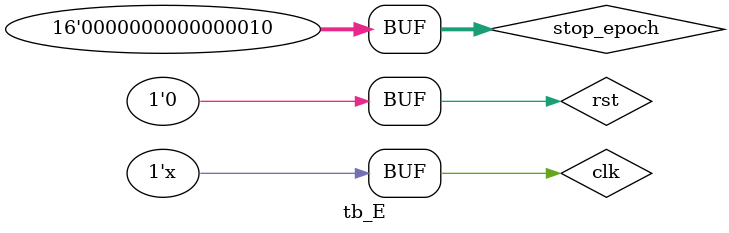
<source format=v>
module tb_E();
  parameter Na =8; //varibled
  parameter Nc =4; //variabled
  parameter Nd =16; //variabled
  
  wire [Na-1:0] count_step;
  wire [Nc-1:0] count_stage;
  wire [Nd-1:0] count_epoch;
  wire last_step;
  reg [Nd-1:0] stop_epoch;
  reg clk,rst;
  
  stagecounter SC(
    .count_step(count_step),.count_stage(count_stage),
    .count_epoch(count_epoch),.last_step(last_step),
    .stop_epoch(stop_epoch),.clk(clk),.rst(rst));
         
  initial begin
  //In initial value
    clk = 1'b0;
    rst = 1'b0;
    stop_epoch = 24'd2;
    #300 rst = 1'b1;
    #100 rst = 1'b0;
  end
  
  always #50 clk = ~clk;
  
endmodule

</source>
